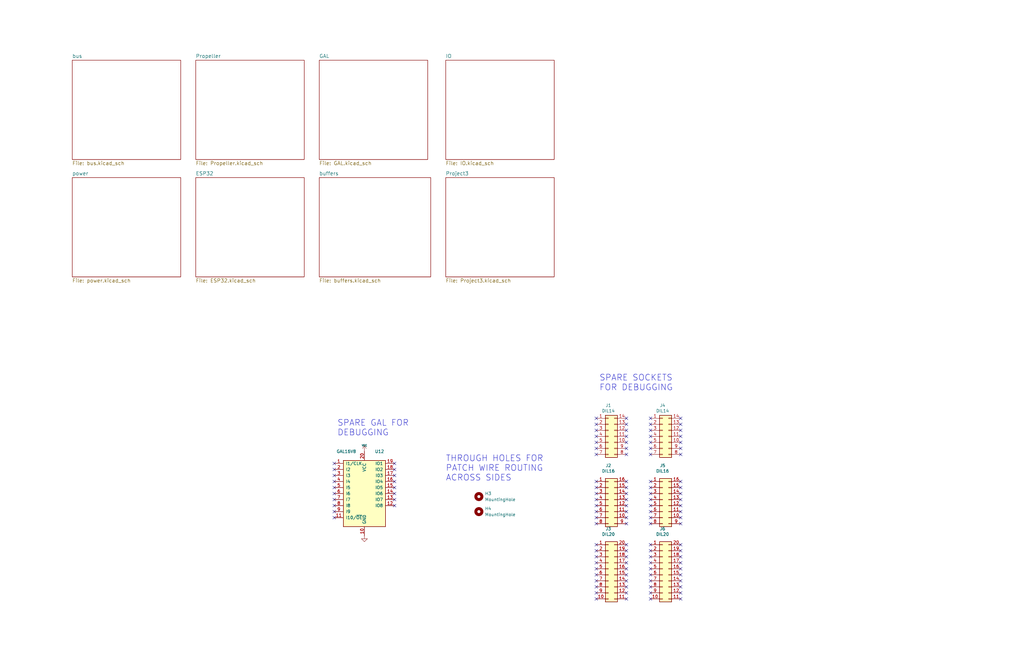
<source format=kicad_sch>
(kicad_sch (version 20211123) (generator eeschema)
  (paper "B")
  (lib_symbols
    (symbol "Connector_Generic:Conn_02x07_Counter_Clockwise" (pin_names (offset 1.016) hide)
      (property "Reference" "J" (at 1.27 10.16 0))
      (property "Value" "Conn_02x07_Counter_Clockwise" (at 1.27 -10.16 0))
      (symbol "Conn_02x07_Counter_Clockwise_1_1"
        (rectangle (start -1.27 -7.493) (end 0 -7.747) (stroke (width 0.1524)))
        (rectangle (start -1.27 -4.953) (end 0 -5.207) (stroke (width 0.1524)))
        (rectangle (start -1.27 -2.413) (end 0 -2.667) (stroke (width 0.1524)))
        (rectangle (start -1.27 0.127) (end 0 -0.127) (stroke (width 0.1524)))
        (rectangle (start -1.27 2.667) (end 0 2.413) (stroke (width 0.1524)))
        (rectangle (start -1.27 5.207) (end 0 4.953) (stroke (width 0.1524)))
        (rectangle (start -1.27 7.747) (end 0 7.493) (stroke (width 0.1524)))
        (rectangle (start -1.27 8.89) (end 3.81 -8.89) (stroke (width 0.254)) (fill (type background)))
        (rectangle (start 3.81 -7.493) (end 2.54 -7.747) (stroke (width 0.1524)))
        (rectangle (start 3.81 -4.953) (end 2.54 -5.207) (stroke (width 0.1524)))
        (rectangle (start 3.81 -2.413) (end 2.54 -2.667) (stroke (width 0.1524)))
        (rectangle (start 3.81 0.127) (end 2.54 -0.127) (stroke (width 0.1524)))
        (rectangle (start 3.81 2.667) (end 2.54 2.413) (stroke (width 0.1524)))
        (rectangle (start 3.81 5.207) (end 2.54 4.953) (stroke (width 0.1524)))
        (rectangle (start 3.81 7.747) (end 2.54 7.493) (stroke (width 0.1524)))
        (pin passive line (at -5.08 7.62 0) (length 3.81) (name "Pin_1") (number "1"))
        (pin passive line (at 7.62 -2.54 180) (length 3.81) (name "Pin_10") (number "10"))
        (pin passive line (at 7.62 0 180) (length 3.81) (name "Pin_11") (number "11"))
        (pin passive line (at 7.62 2.54 180) (length 3.81) (name "Pin_12") (number "12"))
        (pin passive line (at 7.62 5.08 180) (length 3.81) (name "Pin_13") (number "13"))
        (pin passive line (at 7.62 7.62 180) (length 3.81) (name "Pin_14") (number "14"))
        (pin passive line (at -5.08 5.08 0) (length 3.81) (name "Pin_2") (number "2"))
        (pin passive line (at -5.08 2.54 0) (length 3.81) (name "Pin_3") (number "3"))
        (pin passive line (at -5.08 0 0) (length 3.81) (name "Pin_4") (number "4"))
        (pin passive line (at -5.08 -2.54 0) (length 3.81) (name "Pin_5") (number "5"))
        (pin passive line (at -5.08 -5.08 0) (length 3.81) (name "Pin_6") (number "6"))
        (pin passive line (at -5.08 -7.62 0) (length 3.81) (name "Pin_7") (number "7"))
        (pin passive line (at 7.62 -7.62 180) (length 3.81) (name "Pin_8") (number "8"))
        (pin passive line (at 7.62 -5.08 180) (length 3.81) (name "Pin_9") (number "9"))
      )
    )
    (symbol "Connector_Generic:Conn_02x08_Counter_Clockwise" (pin_names (offset 1.016) hide)
      (property "Reference" "J" (at 1.27 10.16 0))
      (property "Value" "Conn_02x08_Counter_Clockwise" (at 1.27 -12.7 0))
      (symbol "Conn_02x08_Counter_Clockwise_1_1"
        (rectangle (start -1.27 -10.033) (end 0 -10.287) (stroke (width 0.1524)))
        (rectangle (start -1.27 -7.493) (end 0 -7.747) (stroke (width 0.1524)))
        (rectangle (start -1.27 -4.953) (end 0 -5.207) (stroke (width 0.1524)))
        (rectangle (start -1.27 -2.413) (end 0 -2.667) (stroke (width 0.1524)))
        (rectangle (start -1.27 0.127) (end 0 -0.127) (stroke (width 0.1524)))
        (rectangle (start -1.27 2.667) (end 0 2.413) (stroke (width 0.1524)))
        (rectangle (start -1.27 5.207) (end 0 4.953) (stroke (width 0.1524)))
        (rectangle (start -1.27 7.747) (end 0 7.493) (stroke (width 0.1524)))
        (rectangle (start -1.27 8.89) (end 3.81 -11.43) (stroke (width 0.254)) (fill (type background)))
        (rectangle (start 3.81 -10.033) (end 2.54 -10.287) (stroke (width 0.1524)))
        (rectangle (start 3.81 -7.493) (end 2.54 -7.747) (stroke (width 0.1524)))
        (rectangle (start 3.81 -4.953) (end 2.54 -5.207) (stroke (width 0.1524)))
        (rectangle (start 3.81 -2.413) (end 2.54 -2.667) (stroke (width 0.1524)))
        (rectangle (start 3.81 0.127) (end 2.54 -0.127) (stroke (width 0.1524)))
        (rectangle (start 3.81 2.667) (end 2.54 2.413) (stroke (width 0.1524)))
        (rectangle (start 3.81 5.207) (end 2.54 4.953) (stroke (width 0.1524)))
        (rectangle (start 3.81 7.747) (end 2.54 7.493) (stroke (width 0.1524)))
        (pin passive line (at -5.08 7.62 0) (length 3.81) (name "Pin_1") (number "1"))
        (pin passive line (at 7.62 -7.62 180) (length 3.81) (name "Pin_10") (number "10"))
        (pin passive line (at 7.62 -5.08 180) (length 3.81) (name "Pin_11") (number "11"))
        (pin passive line (at 7.62 -2.54 180) (length 3.81) (name "Pin_12") (number "12"))
        (pin passive line (at 7.62 0 180) (length 3.81) (name "Pin_13") (number "13"))
        (pin passive line (at 7.62 2.54 180) (length 3.81) (name "Pin_14") (number "14"))
        (pin passive line (at 7.62 5.08 180) (length 3.81) (name "Pin_15") (number "15"))
        (pin passive line (at 7.62 7.62 180) (length 3.81) (name "Pin_16") (number "16"))
        (pin passive line (at -5.08 5.08 0) (length 3.81) (name "Pin_2") (number "2"))
        (pin passive line (at -5.08 2.54 0) (length 3.81) (name "Pin_3") (number "3"))
        (pin passive line (at -5.08 0 0) (length 3.81) (name "Pin_4") (number "4"))
        (pin passive line (at -5.08 -2.54 0) (length 3.81) (name "Pin_5") (number "5"))
        (pin passive line (at -5.08 -5.08 0) (length 3.81) (name "Pin_6") (number "6"))
        (pin passive line (at -5.08 -7.62 0) (length 3.81) (name "Pin_7") (number "7"))
        (pin passive line (at -5.08 -10.16 0) (length 3.81) (name "Pin_8") (number "8"))
        (pin passive line (at 7.62 -10.16 180) (length 3.81) (name "Pin_9") (number "9"))
      )
    )
    (symbol "Connector_Generic:Conn_02x10_Counter_Clockwise" (pin_names (offset 1.016) hide)
      (property "Reference" "J" (at 1.27 12.7 0))
      (property "Value" "Conn_02x10_Counter_Clockwise" (at 1.27 -15.24 0))
      (symbol "Conn_02x10_Counter_Clockwise_1_1"
        (rectangle (start -1.27 -12.573) (end 0 -12.827) (stroke (width 0.1524)))
        (rectangle (start -1.27 -10.033) (end 0 -10.287) (stroke (width 0.1524)))
        (rectangle (start -1.27 -7.493) (end 0 -7.747) (stroke (width 0.1524)))
        (rectangle (start -1.27 -4.953) (end 0 -5.207) (stroke (width 0.1524)))
        (rectangle (start -1.27 -2.413) (end 0 -2.667) (stroke (width 0.1524)))
        (rectangle (start -1.27 0.127) (end 0 -0.127) (stroke (width 0.1524)))
        (rectangle (start -1.27 2.667) (end 0 2.413) (stroke (width 0.1524)))
        (rectangle (start -1.27 5.207) (end 0 4.953) (stroke (width 0.1524)))
        (rectangle (start -1.27 7.747) (end 0 7.493) (stroke (width 0.1524)))
        (rectangle (start -1.27 10.287) (end 0 10.033) (stroke (width 0.1524)))
        (rectangle (start -1.27 11.43) (end 3.81 -13.97) (stroke (width 0.254)) (fill (type background)))
        (rectangle (start 3.81 -12.573) (end 2.54 -12.827) (stroke (width 0.1524)))
        (rectangle (start 3.81 -10.033) (end 2.54 -10.287) (stroke (width 0.1524)))
        (rectangle (start 3.81 -7.493) (end 2.54 -7.747) (stroke (width 0.1524)))
        (rectangle (start 3.81 -4.953) (end 2.54 -5.207) (stroke (width 0.1524)))
        (rectangle (start 3.81 -2.413) (end 2.54 -2.667) (stroke (width 0.1524)))
        (rectangle (start 3.81 0.127) (end 2.54 -0.127) (stroke (width 0.1524)))
        (rectangle (start 3.81 2.667) (end 2.54 2.413) (stroke (width 0.1524)))
        (rectangle (start 3.81 5.207) (end 2.54 4.953) (stroke (width 0.1524)))
        (rectangle (start 3.81 7.747) (end 2.54 7.493) (stroke (width 0.1524)))
        (rectangle (start 3.81 10.287) (end 2.54 10.033) (stroke (width 0.1524)))
        (pin passive line (at -5.08 10.16 0) (length 3.81) (name "Pin_1") (number "1"))
        (pin passive line (at -5.08 -12.7 0) (length 3.81) (name "Pin_10") (number "10"))
        (pin passive line (at 7.62 -12.7 180) (length 3.81) (name "Pin_11") (number "11"))
        (pin passive line (at 7.62 -10.16 180) (length 3.81) (name "Pin_12") (number "12"))
        (pin passive line (at 7.62 -7.62 180) (length 3.81) (name "Pin_13") (number "13"))
        (pin passive line (at 7.62 -5.08 180) (length 3.81) (name "Pin_14") (number "14"))
        (pin passive line (at 7.62 -2.54 180) (length 3.81) (name "Pin_15") (number "15"))
        (pin passive line (at 7.62 0 180) (length 3.81) (name "Pin_16") (number "16"))
        (pin passive line (at 7.62 2.54 180) (length 3.81) (name "Pin_17") (number "17"))
        (pin passive line (at 7.62 5.08 180) (length 3.81) (name "Pin_18") (number "18"))
        (pin passive line (at 7.62 7.62 180) (length 3.81) (name "Pin_19") (number "19"))
        (pin passive line (at -5.08 7.62 0) (length 3.81) (name "Pin_2") (number "2"))
        (pin passive line (at 7.62 10.16 180) (length 3.81) (name "Pin_20") (number "20"))
        (pin passive line (at -5.08 5.08 0) (length 3.81) (name "Pin_3") (number "3"))
        (pin passive line (at -5.08 2.54 0) (length 3.81) (name "Pin_4") (number "4"))
        (pin passive line (at -5.08 0 0) (length 3.81) (name "Pin_5") (number "5"))
        (pin passive line (at -5.08 -2.54 0) (length 3.81) (name "Pin_6") (number "6"))
        (pin passive line (at -5.08 -5.08 0) (length 3.81) (name "Pin_7") (number "7"))
        (pin passive line (at -5.08 -7.62 0) (length 3.81) (name "Pin_8") (number "8"))
        (pin passive line (at -5.08 -10.16 0) (length 3.81) (name "Pin_9") (number "9"))
      )
    )
    (symbol "Logic_Programmable:GAL16V8" (pin_names (offset 1.016))
      (property "Reference" "U" (at -8.89 16.51 0))
      (property "Value" "GAL16V8" (at 1.27 16.51 0))
      (symbol "GAL16V8_0_0"
        (pin power_in line (at 0 -17.78 90) (length 3.81) (name "GND") (number "10"))
        (pin power_in line (at 0 17.78 270) (length 3.81) (name "VCC") (number "20"))
      )
      (symbol "GAL16V8_0_1"
        (rectangle (start -8.89 13.97) (end 8.89 -13.97) (stroke (width 0.254)) (fill (type background)))
      )
      (symbol "GAL16V8_1_1"
        (pin input line (at -12.7 12.7 0) (length 3.81) (name "I1/CLK") (number "1"))
        (pin input line (at -12.7 -10.16 0) (length 3.81) (name "I10/~{OE}") (number "11"))
        (pin tri_state line (at 12.7 -5.08 180) (length 3.81) (name "IO8") (number "12"))
        (pin tri_state line (at 12.7 -2.54 180) (length 3.81) (name "IO7") (number "13"))
        (pin tri_state line (at 12.7 0 180) (length 3.81) (name "IO6") (number "14"))
        (pin tri_state line (at 12.7 2.54 180) (length 3.81) (name "IO5") (number "15"))
        (pin tri_state line (at 12.7 5.08 180) (length 3.81) (name "IO4") (number "16"))
        (pin tri_state line (at 12.7 7.62 180) (length 3.81) (name "I03") (number "17"))
        (pin tri_state line (at 12.7 10.16 180) (length 3.81) (name "IO2") (number "18"))
        (pin tri_state line (at 12.7 12.7 180) (length 3.81) (name "IO1") (number "19"))
        (pin input line (at -12.7 10.16 0) (length 3.81) (name "I2") (number "2"))
        (pin input line (at -12.7 7.62 0) (length 3.81) (name "I3") (number "3"))
        (pin input line (at -12.7 5.08 0) (length 3.81) (name "I4") (number "4"))
        (pin input line (at -12.7 2.54 0) (length 3.81) (name "I5") (number "5"))
        (pin input line (at -12.7 0 0) (length 3.81) (name "I6") (number "6"))
        (pin input line (at -12.7 -2.54 0) (length 3.81) (name "I7") (number "7"))
        (pin input line (at -12.7 -5.08 0) (length 3.81) (name "I8") (number "8"))
        (pin input line (at -12.7 -7.62 0) (length 3.81) (name "I9") (number "9"))
      )
    )
    (symbol "Mechanical:MountingHole" (pin_names (offset 1.016))
      (property "Reference" "H" (at 0 5.08 0))
      (property "Value" "MountingHole" (at 0 3.175 0))
      (symbol "MountingHole_0_1"
        (circle (center 0 0) (radius 1.27) (stroke (width 1.27)))
      )
    )
    (symbol "power:GND" (power) (pin_names (offset 0))
      (property "Value" "GND" (at 0 -3.81 0))
      (symbol "GND_0_1"
        (polyline (pts (xy 0 0) (xy 0 -1.27) (xy 1.27 -1.27) (xy 0 -2.54) (xy -1.27 -1.27) (xy 0 -1.27)))
      )
      (symbol "GND_1_1"
        (pin power_in line (at 0 0 270) (length 0) hide (name "GND") (number "1"))
      )
    )
    (symbol "power:VCC" (power) (pin_names (offset 0))
      (property "Value" "VCC" (at 0 3.81 0))
      (symbol "VCC_0_1"
        (polyline (pts (xy -0.762 1.27) (xy 0 2.54)))
        (polyline (pts (xy 0 0) (xy 0 2.54)))
        (polyline (pts (xy 0 2.54) (xy 0.762 1.27)))
      )
      (symbol "VCC_1_1"
        (pin power_in line (at 0 0 90) (length 0) hide (name "VCC") (number "1"))
      )
    )
  )
  (no_connect (at 287.02 215.9))
  (no_connect (at 166.37 213.36))
  (no_connect (at 287.02 191.77))
  (no_connect (at 274.32 213.36))
  (no_connect (at 287.02 186.69))
  (no_connect (at 166.37 205.74))
  (no_connect (at 251.46 220.98))
  (no_connect (at 287.02 242.57))
  (no_connect (at 287.02 184.15))
  (no_connect (at 287.02 189.23))
  (no_connect (at 140.97 215.9))
  (no_connect (at 140.97 208.28))
  (no_connect (at 287.02 205.74))
  (no_connect (at 251.46 213.36))
  (no_connect (at 274.32 240.03))
  (no_connect (at 251.46 250.19))
  (no_connect (at 251.46 218.44))
  (no_connect (at 287.02 203.2))
  (no_connect (at 287.02 220.98))
  (no_connect (at 287.02 213.36))
  (no_connect (at 274.32 250.19))
  (no_connect (at 287.02 181.61))
  (no_connect (at 140.97 205.74))
  (no_connect (at 251.46 215.9))
  (no_connect (at 287.02 252.73))
  (no_connect (at 274.32 203.2))
  (no_connect (at 251.46 234.95))
  (no_connect (at 264.16 232.41))
  (no_connect (at 287.02 208.28))
  (no_connect (at 251.46 237.49))
  (no_connect (at 140.97 218.44))
  (no_connect (at 264.16 220.98))
  (no_connect (at 251.46 203.2))
  (no_connect (at 274.32 229.87))
  (no_connect (at 274.32 234.95))
  (no_connect (at 287.02 229.87))
  (no_connect (at 251.46 205.74))
  (no_connect (at 264.16 208.28))
  (no_connect (at 274.32 181.61))
  (no_connect (at 251.46 232.41))
  (no_connect (at 251.46 191.77))
  (no_connect (at 287.02 247.65))
  (no_connect (at 274.32 208.28))
  (no_connect (at 264.16 184.15))
  (no_connect (at 251.46 181.61))
  (no_connect (at 287.02 240.03))
  (no_connect (at 264.16 252.73))
  (no_connect (at 287.02 234.95))
  (no_connect (at 274.32 215.9))
  (no_connect (at 264.16 203.2))
  (no_connect (at 251.46 242.57))
  (no_connect (at 287.02 218.44))
  (no_connect (at 264.16 186.69))
  (no_connect (at 287.02 232.41))
  (no_connect (at 264.16 189.23))
  (no_connect (at 264.16 213.36))
  (no_connect (at 274.32 210.82))
  (no_connect (at 264.16 250.19))
  (no_connect (at 166.37 200.66))
  (no_connect (at 274.32 220.98))
  (no_connect (at 287.02 237.49))
  (no_connect (at 264.16 179.07))
  (no_connect (at 264.16 247.65))
  (no_connect (at 274.32 245.11))
  (no_connect (at 287.02 179.07))
  (no_connect (at 251.46 247.65))
  (no_connect (at 251.46 184.15))
  (no_connect (at 264.16 176.53))
  (no_connect (at 251.46 245.11))
  (no_connect (at 251.46 176.53))
  (no_connect (at 274.32 247.65))
  (no_connect (at 274.32 205.74))
  (no_connect (at 274.32 242.57))
  (no_connect (at 287.02 245.11))
  (no_connect (at 251.46 179.07))
  (no_connect (at 140.97 210.82))
  (no_connect (at 264.16 234.95))
  (no_connect (at 140.97 213.36))
  (no_connect (at 274.32 237.49))
  (no_connect (at 264.16 215.9))
  (no_connect (at 264.16 181.61))
  (no_connect (at 274.32 191.77))
  (no_connect (at 274.32 184.15))
  (no_connect (at 166.37 203.2))
  (no_connect (at 264.16 240.03))
  (no_connect (at 264.16 218.44))
  (no_connect (at 251.46 208.28))
  (no_connect (at 274.32 186.69))
  (no_connect (at 166.37 195.58))
  (no_connect (at 251.46 189.23))
  (no_connect (at 287.02 210.82))
  (no_connect (at 274.32 176.53))
  (no_connect (at 166.37 210.82))
  (no_connect (at 140.97 203.2))
  (no_connect (at 166.37 208.28))
  (no_connect (at 166.37 198.12))
  (no_connect (at 140.97 198.12))
  (no_connect (at 264.16 210.82))
  (no_connect (at 264.16 191.77))
  (no_connect (at 274.32 189.23))
  (no_connect (at 264.16 205.74))
  (no_connect (at 274.32 179.07))
  (no_connect (at 140.97 195.58))
  (no_connect (at 264.16 245.11))
  (no_connect (at 251.46 186.69))
  (no_connect (at 274.32 252.73))
  (no_connect (at 251.46 240.03))
  (no_connect (at 274.32 232.41))
  (no_connect (at 140.97 200.66))
  (no_connect (at 264.16 237.49))
  (no_connect (at 251.46 229.87))
  (no_connect (at 287.02 176.53))
  (no_connect (at 251.46 210.82))
  (no_connect (at 264.16 242.57))
  (no_connect (at 274.32 218.44))
  (no_connect (at 251.46 252.73))
  (no_connect (at 287.02 250.19))
  (no_connect (at 264.16 229.87))
  (text "SPARE SOCKETS\nFOR DEBUGGING" (at 252.73 165.1 0) (effects (font (size 2.54 2.54)) (justify left bottom)))
  (text "SPARE GAL FOR\nDEBUGGING" (at 142.24 184.15 0) (effects (font (size 2.54 2.54)) (justify left bottom)))
  (text "THROUGH HOLES FOR\nPATCH WIRE ROUTING\nACROSS SIDES" (at 187.96 203.2 0) (effects (font (size 2.54 2.54)) (justify left bottom)))
  (symbol (lib_id "Connector_Generic:Conn_02x07_Counter_Clockwise") (at 256.54 184.15 0) (unit 1)
    (property "Reference" "J1" (at 256.54 171.069 0))
    (property "Value" "DIL14" (at 256.54 173.3804 0))
    (property "Footprint" "Package_DIP:DIP-14_W7.62mm" (effects hide))
  )
  (symbol (lib_id "Connector_Generic:Conn_02x08_Counter_Clockwise") (at 256.54 210.82 0) (unit 1)
    (property "Reference" "J2" (at 256.54 196.469 0))
    (property "Value" "DIL16" (at 256.54 198.7804 0))
    (property "Footprint" "Package_DIP:DIP-16_W7.62mm" (effects hide))
  )
  (symbol (lib_id "Connector_Generic:Conn_02x10_Counter_Clockwise") (at 256.54 240.03 0) (unit 1)
    (property "Reference" "J3" (at 256.54 223.139 0))
    (property "Value" "DIL20" (at 256.54 225.4504 0))
    (property "Footprint" "Package_DIP:DIP-20_W7.62mm" (effects hide))
  )
  (symbol (lib_id "Connector_Generic:Conn_02x07_Counter_Clockwise") (at 279.4 184.15 0) (unit 1)
    (property "Reference" "J4" (at 279.4 171.069 0))
    (property "Value" "DIL14" (at 279.4 173.3804 0))
    (property "Footprint" "Package_DIP:DIP-14_W7.62mm" (effects hide))
  )
  (symbol (lib_id "Connector_Generic:Conn_02x08_Counter_Clockwise") (at 279.4 210.82 0) (unit 1)
    (property "Reference" "J5" (at 279.4 196.469 0))
    (property "Value" "DIL16" (at 279.4 198.7804 0))
    (property "Footprint" "Package_DIP:DIP-16_W7.62mm" (effects hide))
  )
  (symbol (lib_id "Connector_Generic:Conn_02x10_Counter_Clockwise") (at 279.4 240.03 0) (unit 1)
    (property "Reference" "J6" (at 279.4 223.139 0))
    (property "Value" "DIL20" (at 279.4 225.4504 0))
    (property "Footprint" "Package_DIP:DIP-20_W7.62mm" (effects hide))
  )
  (symbol (lib_id "power:GND") (at 153.67 226.06 0) (unit 1)
    (property "Reference" "#PWR011" (effects hide))
    (property "Value" "GND" (effects hide))
  )
  (symbol (lib_id "Mechanical:MountingHole") (at 201.93 209.55 0) (unit 1)
    (property "Reference" "H3" (at 204.47 208.2799 0) (effects (justify left)))
    (property "Value" "MountingHole" (at 204.47 210.8199 0) (effects (justify left)))
    (property "Footprint" "MountingHole:MountingHole_2.2mm_M2_DIN965_Pad" (effects hide))
  )
  (symbol (lib_id "Logic_Programmable:GAL16V8") (at 153.67 208.28 0) (unit 1)
    (property "Reference" "U12" (at 160.02 190.5 0))
    (property "Value" "GAL16V8" (at 146.05 190.5 0))
    (property "Footprint" "Package_DIP:DIP-20_W7.62mm" (effects hide))
  )
  (symbol (lib_id "power:VCC") (at 153.67 190.5 0) (unit 1)
    (property "Reference" "#PWR010" (effects hide))
    (property "Value" "VCC" (at 153.67 187.96 0) (effects (font (size 0.762 0.762))))
  )
  (symbol (lib_id "Mechanical:MountingHole") (at 201.93 215.9 0) (unit 1)
    (property "Reference" "H4" (at 204.47 214.6299 0) (effects (justify left)))
    (property "Value" "MountingHole" (at 204.47 217.1699 0) (effects (justify left)))
    (property "Footprint" "MountingHole:MountingHole_2.2mm_M2_DIN965_Pad" (effects hide))
  )
  (sheet (at 134.62 25.4) (size 45.72 41.91)
    (property "Sheet name" "GAL" (at 134.62 24.5614 0) (effects (font (size 1.524 1.524)) (justify left bottom)))
    (property "Sheet file" "GAL.kicad_sch" (at 134.62 67.9962 0) (effects (font (size 1.524 1.524)) (justify left top)))
  )
  (sheet (at 134.62 74.93) (size 46.99 41.91)
    (property "Sheet name" "buffers" (at 134.62 74.0914 0) (effects (font (size 1.524 1.524)) (justify left bottom)))
    (property "Sheet file" "buffers.kicad_sch" (at 134.62 117.5262 0) (effects (font (size 1.524 1.524)) (justify left top)))
  )
  (sheet (at 30.48 25.4) (size 45.72 41.91)
    (property "Sheet name" "bus" (at 30.48 24.5614 0) (effects (font (size 1.524 1.524)) (justify left bottom)))
    (property "Sheet file" "bus.kicad_sch" (at 30.48 67.9962 0) (effects (font (size 1.524 1.524)) (justify left top)))
  )
  (sheet (at 30.48 74.93) (size 45.72 41.91)
    (property "Sheet name" "power" (at 30.48 74.0914 0) (effects (font (size 1.524 1.524)) (justify left bottom)))
    (property "Sheet file" "power.kicad_sch" (at 30.48 117.5262 0) (effects (font (size 1.524 1.524)) (justify left top)))
  )
  (sheet (at 82.55 25.4) (size 45.72 41.91)
    (property "Sheet name" "Propeller" (at 82.55 24.5614 0) (effects (font (size 1.524 1.524)) (justify left bottom)))
    (property "Sheet file" "Propeller.kicad_sch" (at 82.55 67.9962 0) (effects (font (size 1.524 1.524)) (justify left top)))
  )
  (sheet (at 82.55 74.93) (size 45.72 41.91)
    (property "Sheet name" "ESP32" (at 82.55 74.0914 0) (effects (font (size 1.524 1.524)) (justify left bottom)))
    (property "Sheet file" "ESP32.kicad_sch" (at 82.55 117.5262 0) (effects (font (size 1.524 1.524)) (justify left top)))
  )
  (sheet (at 187.96 74.93) (size 45.72 41.91)
    (property "Sheet name" "Project3" (at 187.96 74.0914 0) (effects (font (size 1.524 1.524)) (justify left bottom)))
    (property "Sheet file" "Project3.kicad_sch" (at 187.96 117.5262 0) (effects (font (size 1.524 1.524)) (justify left top)))
  )
  (sheet (at 187.96 25.4) (size 45.72 41.91)
    (property "Sheet name" "IO" (at 187.96 24.5614 0) (effects (font (size 1.524 1.524)) (justify left bottom)))
    (property "Sheet file" "IO.kicad_sch" (at 187.96 67.9962 0) (effects (font (size 1.524 1.524)) (justify left top)))
  )
)
</source>
